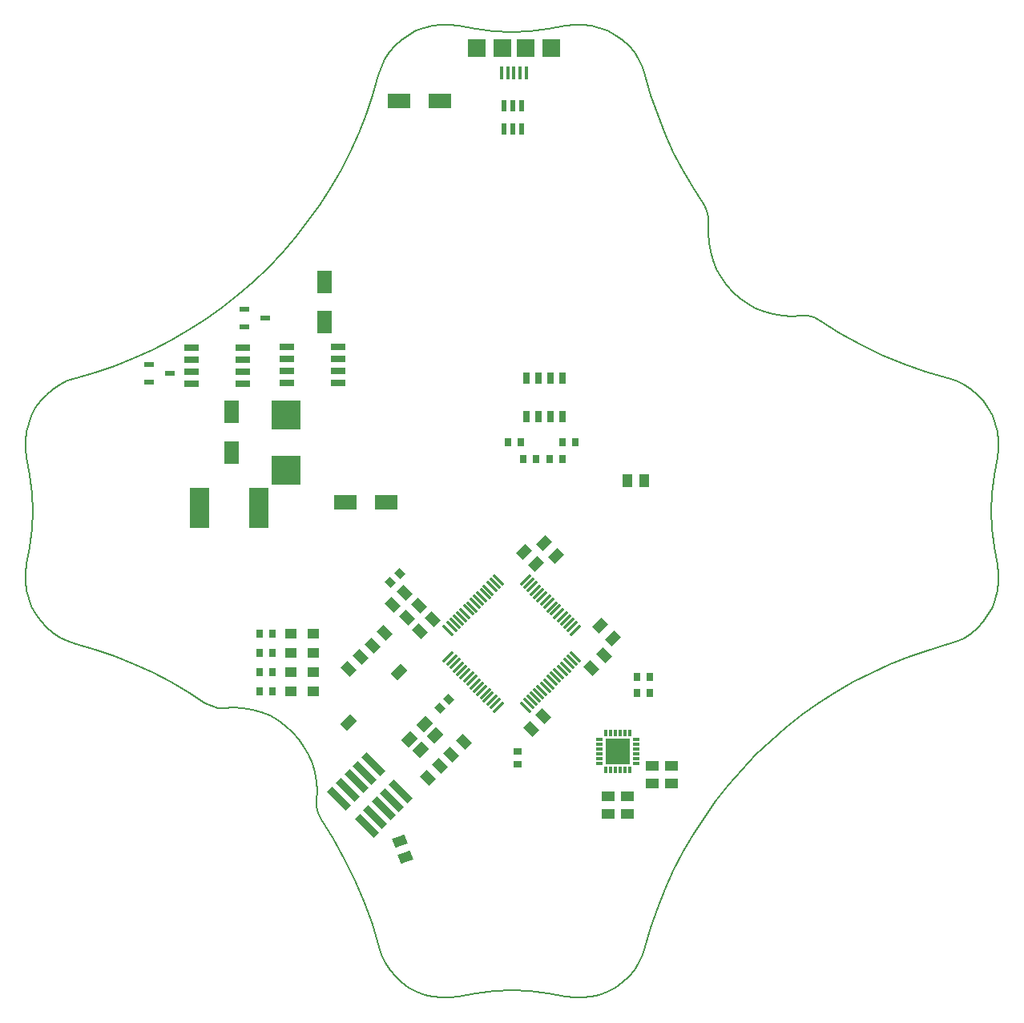
<source format=gtp>
%FSTAX23Y23*%
%MOIN*%
%SFA1B1*%

%IPPOS*%
%AMD18*
4,1,4,-0.028600,0.049100,-0.049100,0.028600,0.028600,-0.049100,0.049100,-0.028600,-0.028600,0.049100,0.0*
%
%AMD19*
4,1,4,-0.006300,-0.034000,0.034000,0.006300,0.006300,0.034000,-0.034000,-0.006300,-0.006300,-0.034000,0.0*
%
%AMD20*
4,1,4,-0.033300,0.005600,0.005600,-0.033300,0.033300,-0.005600,-0.005600,0.033300,-0.033300,0.005600,0.0*
%
%AMD21*
4,1,4,0.005600,0.033300,-0.033300,-0.005600,-0.005600,-0.033300,0.033300,0.005600,0.005600,0.033300,0.0*
%
%AMD22*
4,1,4,-0.024300,0.016000,0.016000,-0.024300,0.024300,-0.016000,-0.016000,0.024300,-0.024300,0.016000,0.0*
%
%AMD23*
4,1,4,0.016000,0.024300,-0.024300,-0.016000,-0.016000,-0.024300,0.024300,0.016000,0.016000,0.024300,0.0*
%
%AMD25*
4,1,4,0.024300,-0.002100,-0.002100,0.024300,-0.024300,0.002100,0.002100,-0.024300,0.024300,-0.002100,0.0*
%
%AMD26*
4,1,4,0.003500,0.035400,-0.035400,-0.003500,-0.003500,-0.035400,0.035400,0.003500,0.003500,0.035400,0.0*
%
%AMD34*
4,1,4,0.019100,0.027800,-0.032500,0.009000,-0.019100,-0.027800,0.032500,-0.009000,0.019100,0.027800,0.0*
%
%ADD16C,0.008000*%
%ADD17R,0.078740X0.169290*%
G04~CAMADD=18~9~0.0~0.0~291.3~1098.4~0.0~0.0~0~0.0~0.0~0.0~0.0~0~0.0~0.0~0.0~0.0~0~0.0~0.0~0.0~45.0~982.0~981.0*
%ADD18D18*%
G04~CAMADD=19~9~0.0~0.0~570.9~393.7~0.0~0.0~0~0.0~0.0~0.0~0.0~0~0.0~0.0~0.0~0.0~0~0.0~0.0~0.0~225.0~680.0~679.0*
%ADD19D19*%
G04~CAMADD=20~9~0.0~0.0~551.2~393.7~0.0~0.0~0~0.0~0.0~0.0~0.0~0~0.0~0.0~0.0~0.0~0~0.0~0.0~0.0~135.0~666.0~665.0*
%ADD20D20*%
G04~CAMADD=21~9~0.0~0.0~551.2~393.7~0.0~0.0~0~0.0~0.0~0.0~0.0~0~0.0~0.0~0.0~0.0~0~0.0~0.0~0.0~45.0~666.0~665.0*
%ADD21D21*%
G04~CAMADD=22~9~0.0~0.0~570.9~118.1~0.0~0.0~0~0.0~0.0~0.0~0.0~0~0.0~0.0~0.0~0.0~0~0.0~0.0~0.0~135.0~486.0~485.0*
%ADD22D22*%
G04~CAMADD=23~9~0.0~0.0~570.9~118.1~0.0~0.0~0~0.0~0.0~0.0~0.0~0~0.0~0.0~0.0~0.0~0~0.0~0.0~0.0~45.0~486.0~485.0*
%ADD23D23*%
%ADD24R,0.037400X0.031500*%
G04~CAMADD=25~9~0.0~0.0~374.0~315.0~0.0~0.0~0~0.0~0.0~0.0~0.0~0~0.0~0.0~0.0~0.0~0~0.0~0.0~0.0~315.0~486.0~485.0*
%ADD25D25*%
G04~CAMADD=26~9~0.0~0.0~551.2~452.8~0.0~0.0~0~0.0~0.0~0.0~0.0~0~0.0~0.0~0.0~0.0~0~0.0~0.0~0.0~45.0~708.0~707.0*
%ADD26D26*%
%ADD27R,0.049210X0.043310*%
%ADD28R,0.031500X0.037400*%
%ADD29R,0.039370X0.055120*%
%ADD30R,0.055120X0.039370*%
%ADD31R,0.031500X0.011810*%
%ADD32R,0.011810X0.031500*%
%ADD33R,0.104330X0.108270*%
G04~CAMADD=34~9~0.0~0.0~551.2~393.7~0.0~0.0~0~0.0~0.0~0.0~0.0~0~0.0~0.0~0.0~0.0~0~0.0~0.0~0.0~20.0~650.0~555.0*
%ADD34D34*%
%ADD35R,0.029920X0.050000*%
%ADD36R,0.092520X0.061020*%
%ADD37R,0.061020X0.092520*%
%ADD38R,0.060040X0.025590*%
%ADD39R,0.122050X0.122050*%
%ADD40R,0.041340X0.023620*%
%ADD41R,0.015750X0.053150*%
%ADD42R,0.074800X0.074800*%
%ADD43R,0.023620X0.047240*%
%LNflightcontroller-1*%
%LPD*%
G54D16*
X02937Y0082D02*
X02976Y00813D01*
X03053Y00813D02*
X03081Y00813D01*
X02864Y00845D02*
X029Y0083D01*
X02937Y0082*
X03081Y00813D02*
X03108Y00806D01*
X03132Y00794*
X03014Y00811D02*
X03053Y00813D01*
X02976Y00813D02*
X03014Y00811D01*
X0272Y00973D02*
X02743Y00941D01*
X02769Y00912*
X02686Y01043D02*
X02701Y01007D01*
X0272Y00973*
X02798Y00886D02*
X0283Y00864D01*
X02864Y00845*
X02769Y00912D02*
X02798Y00886D01*
X0376Y00508D02*
X03787Y00485D01*
X03812Y00459*
X03698Y00543D02*
X0373Y00528D01*
X0376Y00508*
X03849Y00398D02*
X03862Y00365D01*
X03871Y0033*
X03812Y00459D02*
X03832Y0043D01*
X03849Y00398*
X033Y00695D02*
X03388Y00652D01*
X03478Y00615*
X03132Y00794D02*
X03215Y00742D01*
X033Y00695*
X0357Y00582D02*
X03664Y00554D01*
X03698Y00543*
X03478Y00615D02*
X0357Y00582D01*
X0228Y01982D02*
X02309Y01961D01*
X02336Y01937*
X02215Y02012D02*
X02248Y01999D01*
X0228Y01982*
X02378Y01879D02*
X02394Y01847D01*
X02405Y01813*
X02336Y01937D02*
X02359Y0191D01*
X02378Y01879*
X02145Y02024D02*
X0218Y0202D01*
X02215Y02012*
X02109Y02024D02*
X02145Y02024D01*
X02073Y02019D02*
X02109Y02024D01*
X01999Y02006D02*
X02073Y02019D01*
X01925Y01997D02*
X01999Y02006D01*
X0185Y01993D02*
X01925Y01997D01*
X02668Y01224D02*
X02668Y01196D01*
X02666Y01157D02*
X02668Y01196D01*
X02649Y01275D02*
X02662Y0125D01*
X02668Y01224*
X02669Y01118D02*
X02676Y0108D01*
X02686Y01043*
X02666Y01157D02*
X02669Y01118D01*
X02456Y01651D02*
X02487Y01572D01*
X02522Y01495*
X02405Y01813D02*
X02428Y01732D01*
X02456Y01651*
X02561Y0142D02*
X02603Y01346D01*
X02649Y01275*
X02522Y01495D02*
X02561Y0142D01*
X03871Y0033D02*
X03875Y00294D01*
X03874Y00258D02*
X03875Y00294D01*
X03869Y00223D02*
X03874Y00258D01*
X03857Y-00149D02*
X03869Y-00223D01*
X03874Y-00258D02*
X03875Y-00294D01*
X03871Y-0033D02*
X03875Y-00294D01*
X03869Y-00223D02*
X03874Y-00258D01*
X03862Y-00365D02*
X03871Y-0033D01*
X03857Y00149D02*
X03869Y00223D01*
X03848Y00074D02*
X03857Y00149D01*
X03843Y0D02*
X03848Y00074D01*
X03843Y0D02*
X03848Y-00074D01*
X03857Y-00149*
X03849Y-00398D02*
X03862Y-00365D01*
X03832Y-0043D02*
X03849Y-00398D01*
X03812Y-00459D02*
X03832Y-0043D01*
X03787Y-00485D02*
X03812Y-00459D01*
X0376Y-00508D02*
X03787Y-00485D01*
X0373Y-00528D02*
X0376Y-00508D01*
X03698Y-00543D02*
X0373Y-00528D01*
X03664Y-00554D02*
X03698Y-00543D01*
X03582Y-00578D02*
X03664Y-00554D01*
X03502Y-00605D02*
X03582Y-00578D01*
X03423Y-00637D02*
X03502Y-00605D01*
X03346Y-00672D02*
X03423Y-00637D01*
X0327Y-0071D02*
X03346Y-00672D01*
X03197Y-00753D02*
X0327Y-0071D01*
X03125Y-00798D02*
X03197Y-00753D01*
X03056Y-00847D02*
X03125Y-00798D01*
X0299Y-009D02*
X03056Y-00847D01*
X02926Y-00955D02*
X0299Y-009D01*
X02864Y-01014D02*
X02926Y-00955D01*
X02806Y-01075D02*
X02864Y-01014D01*
X0275Y-01139D02*
X02806Y-01075D01*
X02698Y-01206D02*
X0275Y-01139D01*
X02649Y-01275D02*
X02698Y-01206D01*
X02603Y-01346D02*
X02649Y-01275D01*
X02561Y-0142D02*
X02603Y-01346D01*
X02522Y-01495D02*
X02561Y-0142D01*
X02487Y-01573D02*
X02522Y-01495D01*
X02456Y-01651D02*
X02487Y-01573D01*
X02428Y-01732D02*
X02456Y-01651D01*
X02405Y-01813D02*
X02428Y-01732D01*
X02394Y-01847D02*
X02405Y-01813D01*
X02378Y-01879D02*
X02394Y-01847D01*
X02359Y-0191D02*
X02378Y-01879D01*
X02336Y-01937D02*
X02359Y-0191D01*
X02309Y-01961D02*
X02336Y-01937D01*
X0228Y-01982D02*
X02309Y-01961D01*
X02248Y-01999D02*
X0228Y-01982D01*
X02215Y-02012D02*
X02248Y-01999D01*
X01999Y-02006D02*
X02073Y-02019D01*
X0218Y-0202D02*
X02215Y-02012D01*
X0185Y-01993D02*
X01925Y-01997D01*
X01999Y-02006*
X02145Y-02024D02*
X0218Y-0202D01*
X02109Y-02024D02*
X02145Y-02024D01*
X02073Y-02019D02*
X02109Y-02024D01*
X01555Y02024D02*
X01591Y02024D01*
X01627Y02019*
X0152Y0202D02*
X01555Y02024D01*
X01485Y02012D02*
X0152Y0202D01*
X01701Y02006D02*
X01775Y01997D01*
X0185Y01993*
X01627Y02019D02*
X01701Y02006D01*
X01451Y01999D02*
X01485Y02012D01*
X0142Y01982D02*
X01451Y01999D01*
X01391Y01961D02*
X0142Y01982D01*
X01364Y01937D02*
X01391Y01961D01*
X01341Y0191D02*
X01364Y01937D01*
X01322Y01879D02*
X01341Y0191D01*
X01306Y01847D02*
X01322Y01879D01*
X01295Y01813D02*
X01306Y01847D01*
X01271Y01732D02*
X01295Y01813D01*
X01244Y01651D02*
X01271Y01732D01*
X01213Y01573D02*
X01244Y01651D01*
X01178Y01495D02*
X01213Y01573D01*
X01139Y0142D02*
X01178Y01495D01*
X01097Y01346D02*
X01139Y0142D01*
X01051Y01275D02*
X01097Y01346D01*
X01002Y01206D02*
X01051Y01275D01*
X0095Y01139D02*
X01002Y01206D01*
X00894Y01075D02*
X0095Y01139D01*
X00836Y01014D02*
X00894Y01075D01*
X00774Y00955D02*
X00836Y01014D01*
X0071Y009D02*
X00774Y00955D01*
X00643Y00847D02*
X0071Y009D01*
X00574Y00798D02*
X00643Y00847D01*
X00503Y00753D02*
X00574Y00798D01*
X00429Y0071D02*
X00503Y00753D01*
X00354Y00672D02*
X00429Y0071D01*
X00277Y00637D02*
X00354Y00672D01*
X00198Y00605D02*
X00277Y00637D01*
X00118Y00578D02*
X00198Y00605D01*
X00036Y00554D02*
X00118Y00578D01*
X00002Y00543D02*
X00036Y00554D01*
X-00029Y00528D02*
X00002Y00543D01*
X-00059Y00508D02*
X-00029Y00528D01*
X-00087Y00485D02*
X-00059Y00508D01*
X-00111Y00459D02*
X-00087Y00485D01*
X-00132Y0043D02*
X-00111Y00459D01*
X-00149Y00398D02*
X-00132Y0043D01*
X-00161Y00365D02*
X-00149Y00398D01*
X-00147Y00074D02*
X-00143Y0D01*
X-00147Y-00074D02*
X-00143Y0D01*
X-00169Y00223D02*
X-00156Y00149D01*
X-00147Y00074*
X-00156Y-00148D02*
X-00147Y-00074D01*
X-00168Y-00221D02*
X-00156Y-00148D01*
X-0017Y-00328D02*
X-00161Y-00363D01*
X-0017Y0033D02*
X-00161Y00365D01*
X-00174Y00258D02*
X-00169Y00223D01*
X-00174Y00294D02*
X-0017Y0033D01*
X-00174Y00294D02*
X-00174Y00258D01*
X-00173Y-00257D02*
X-00168Y-00221D01*
X-00174Y-00293D02*
X-0017Y-00328D01*
X-00174Y-00293D02*
X-00173Y-00257D01*
X01108Y-01364D02*
X01155Y-0145D01*
X01198Y-01537*
X01043Y-01257D02*
X01056Y-01282D01*
X01108Y-01364*
X01269Y-01719D02*
X01297Y-01813D01*
X01308Y-01847*
X01198Y-01537D02*
X01236Y-01628D01*
X01269Y-01719*
X0103Y-01087D02*
X01036Y-01125D01*
X01039Y-01164*
X01004Y-01013D02*
X01019Y-01049D01*
X0103Y-01087*
X01036Y-01203D02*
X01039Y-01164D01*
X01036Y-0123D02*
X01043Y-01257D01*
X01036Y-01203D02*
X01036Y-0123D01*
X01776Y-01997D02*
X0185Y-01993D01*
X01702Y-02006D02*
X01776Y-01997D01*
X01628Y-02019D02*
X01702Y-02006D01*
X01487Y-02012D02*
X01521Y-0202D01*
X01593Y-02024D02*
X01628Y-02019D01*
X01557Y-02024D02*
X01593Y-02024D01*
X01521Y-0202D02*
X01557Y-02024D01*
X01343Y-01909D02*
X01366Y-01937D01*
X01392Y-01961*
X01308Y-01847D02*
X01323Y-01879D01*
X01343Y-01909*
X01422Y-01982D02*
X01453Y-01999D01*
X01487Y-02012*
X01392Y-01961D02*
X01422Y-01982D01*
X00118Y-00577D02*
X00198Y-00604D01*
X00277Y-00636*
X00002Y-00541D02*
X00036Y-00553D01*
X00118Y-00577*
X0043Y-0071D02*
X00503Y-00753D01*
X00575Y-00798*
X00277Y-00636D02*
X00354Y-00671D01*
X0043Y-0071*
X-00131Y-00428D02*
X-00111Y-00457D01*
X-00086Y-00483*
X-00161Y-00363D02*
X-00148Y-00396D01*
X-00131Y-00428*
X-00059Y-00506D02*
X-00029Y-00526D01*
X00002Y-00541*
X-00086Y-00483D02*
X-00059Y-00506D01*
X00877Y-0087D02*
X00908Y-00893D01*
X00937Y-00919*
X00807Y-00836D02*
X00843Y-00851D01*
X00877Y-0087*
X00963Y-00948D02*
X00985Y-00979D01*
X01004Y-01013*
X00937Y-00919D02*
X00963Y-00948D01*
X00653Y-00818D02*
X00692Y-00816D01*
X00626Y-00818D02*
X00653Y-00818D01*
X00575Y-00798D02*
X00599Y-00811D01*
X00626Y-00818*
X00731Y-00818D02*
X00769Y-00825D01*
X00807Y-00836*
X00692Y-00816D02*
X00731Y-00818D01*
G54D17*
X00796Y00013D03*
X00552D03*
G54D18*
X01246Y-01308D03*
X01281Y-01272D03*
X01316Y-01237D03*
X01352Y-01202D03*
X01387Y-01166D03*
X01274Y-01053D03*
X01238Y-01088D03*
X01203Y-01124D03*
X01168Y-01159D03*
X01132Y-01195D03*
G54D19*
X01169Y-00881D03*
X01379Y-0067D03*
G54D20*
X01169Y-00657D03*
X0122Y-00606D03*
X01468Y-005D03*
X0152Y-00448D03*
X02233Y-00601D03*
X02182Y-00653D03*
X01929Y-00905D03*
X0198Y-00854D03*
X01413Y-00444D03*
X01464Y-00393D03*
X01269Y-00558D03*
X01321Y-00506D03*
X01404Y-00338D03*
X01353Y-0039D03*
X01598Y-01012D03*
X01649Y-0096D03*
X01551Y-01058D03*
X015Y-0111D03*
G54D21*
X01901Y-00168D03*
X01952Y-0022D03*
X02035Y-00185D03*
X01983Y-00134D03*
X02217Y-00477D03*
X02269Y-00529D03*
G54D22*
X01585Y-00495D03*
X01599Y-00481D03*
X01613Y-00467D03*
X01627Y-00453D03*
X01641Y-00439D03*
X01655Y-00425D03*
X01669Y-00411D03*
X01683Y-00398D03*
X01697Y-00384D03*
X01711Y-0037D03*
X01725Y-00356D03*
X01739Y-00342D03*
X01752Y-00328D03*
X01766Y-00314D03*
X0178Y-003D03*
X01794Y-00286D03*
X02114Y-00606D03*
X021Y-0062D03*
X02087Y-00634D03*
X02073Y-00648D03*
X02059Y-00662D03*
X02045Y-00676D03*
X02031Y-0069D03*
X02017Y-00704D03*
X02003Y-00718D03*
X01989Y-00732D03*
X01975Y-00746D03*
X01961Y-00759D03*
X01947Y-00773D03*
X01933Y-00787D03*
X01919Y-00801D03*
X01906Y-00815D03*
G54D23*
X01906Y-00286D03*
X01919Y-003D03*
X01933Y-00314D03*
X01947Y-00328D03*
X01961Y-00342D03*
X01975Y-00356D03*
X01989Y-0037D03*
X02003Y-00384D03*
X02017Y-00398D03*
X02031Y-00411D03*
X02045Y-00425D03*
X02059Y-00439D03*
X02073Y-00453D03*
X02087Y-00467D03*
X021Y-00481D03*
X02114Y-00495D03*
X01794Y-00815D03*
X0178Y-00801D03*
X01766Y-00787D03*
X01752Y-00773D03*
X01739Y-00759D03*
X01725Y-00746D03*
X01711Y-00732D03*
X01697Y-00718D03*
X01683Y-00704D03*
X01669Y-0069D03*
X01655Y-00676D03*
X01641Y-00662D03*
X01627Y-00648D03*
X01613Y-00634D03*
X01599Y-0062D03*
X01585Y-00606D03*
G54D24*
X01874Y-01D03*
Y-01053D03*
G54D25*
X01345Y-00296D03*
X01383Y-00258D03*
X01586Y-00783D03*
X01549Y-00821D03*
G54D26*
X0153Y-00932D03*
X01469Y-00993D03*
X01486Y-00887D03*
X01425Y-00948D03*
G54D27*
X01023Y-00669D03*
X00931D03*
X01023Y-00748D03*
X00931D03*
X01023Y-0059D03*
X00931D03*
X01023Y-00511D03*
X00931D03*
G54D28*
X00853Y-00669D03*
X008D03*
X00853Y-00748D03*
X008D03*
X02372Y-00691D03*
X02425D03*
X02372Y-00756D03*
X02425D03*
X0206Y00287D03*
X02114D03*
X02007Y00218D03*
X0206D03*
X01949D03*
X01896D03*
X01888Y00287D03*
X01835D03*
X00853Y-0059D03*
X008D03*
X00853Y-00511D03*
X008D03*
G54D29*
X02329Y00126D03*
X02402D03*
G54D30*
X02515Y-01132D03*
Y-01059D03*
X02434Y-01132D03*
Y-01059D03*
X02331Y-01187D03*
Y-0126D03*
X02252Y-01187D03*
Y-0126D03*
G54D31*
X02214Y-0095D03*
Y-0097D03*
Y-0099D03*
Y-01009D03*
Y-01029D03*
Y-01049D03*
X02368D03*
Y-01029D03*
Y-01009D03*
Y-0099D03*
Y-0097D03*
Y-0095D03*
G54D32*
X02242Y-01076D03*
X02261D03*
X02281D03*
X02301D03*
X0232D03*
X0234D03*
Y-00923D03*
X0232D03*
X02301D03*
X02281D03*
X02261D03*
X02242D03*
G54D33*
X02291Y-01D03*
G54D34*
X01383Y-01373D03*
X01408Y-01441D03*
G54D35*
X02059Y00555D03*
X02009D03*
X01959D03*
X01909D03*
Y00394D03*
X01959D03*
X02009D03*
X02059D03*
G54D36*
X01326Y00038D03*
X01157D03*
X01549Y01708D03*
X0138D03*
G54D37*
X00684Y00245D03*
Y00414D03*
X0107Y00955D03*
Y00786D03*
G54D38*
X00518Y00679D03*
Y00629D03*
Y00579D03*
Y00529D03*
X00731D03*
Y00579D03*
Y00629D03*
Y00679D03*
X01127Y00533D03*
Y00583D03*
Y00633D03*
Y00683D03*
X00914D03*
Y00633D03*
Y00583D03*
Y00533D03*
G54D39*
X00912Y00401D03*
Y00172D03*
G54D40*
X00427Y00573D03*
X0034Y00536D03*
Y00611D03*
X00824Y00805D03*
X00738Y00767D03*
Y00842D03*
G54D41*
X0191Y01823D03*
X01807D03*
X01884D03*
X01858D03*
X01833D03*
G54D42*
X02014Y01928D03*
X01906D03*
X01811D03*
X01703D03*
G54D43*
X01816Y01589D03*
X01854D03*
X01891D03*
Y01687D03*
X01854D03*
X01816D03*
M02*
</source>
